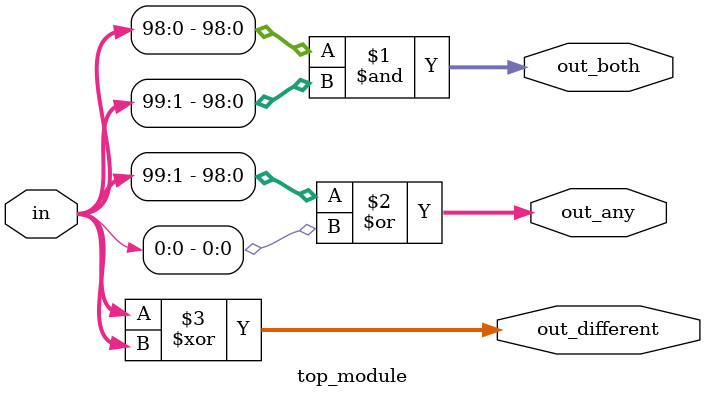
<source format=sv>
module top_module (
	input [99:0] in,
	output [98:0] out_both,
	output [99:1] out_any,
	output [99:0] out_different
);

	// out_both
	assign out_both = in[98:0] & in[99:1];
	
	// out_any
	assign out_any = in[1:99] | in[0];
	
	// out_different
	assign out_different = in ^ {in[99], in[0:98]};

endmodule

</source>
